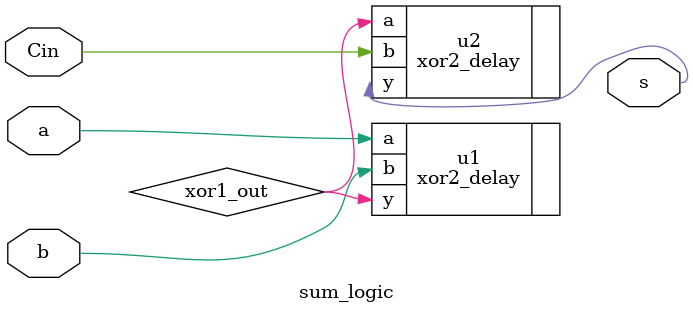
<source format=sv>
module sum_logic (
    input logic a,
    input logic b,
    input logic Cin,
    output logic s
);

    logic xor1_out;  

xor2_delay u1 (
	.a(a), 
	.b(b), 
	.y(xor1_out)
	); 

xor2_delay u2 (
	.a(xor1_out), 
	.b(Cin), 
	.y(s)
	); 

endmodule

</source>
